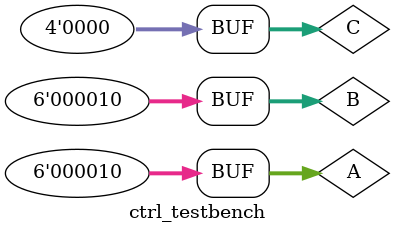
<source format=v>
`timescale 1ns / 1ps


module ctrl_testbench();


    reg[5:0] A;
    reg[5:0] B;
    reg[3:0] C;
    wire[6:0] led;
    
    ctrl dut (
        .A(A),
        .B(B),
        .C(C),
        .led(led)
    );
    
    initial begin
        A = 6'b000001;
        B = 6'b000001;
        C = 4'b0000;
        #100;
        A = 6'b000000;
        B = 6'b000000;
        C = 4'b0000;
        #100;
        A = 6'b000010;
        B = 6'b000010;
        C = 4'b0000;
    end
endmodule

</source>
